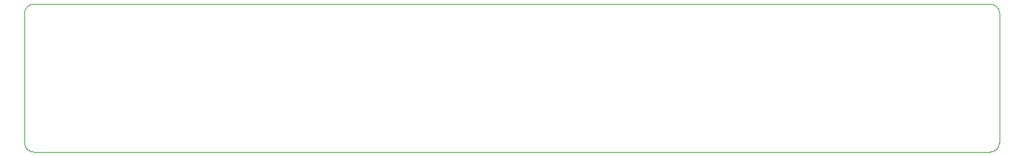
<source format=gbr>
%TF.GenerationSoftware,KiCad,Pcbnew,(6.0.2)*%
%TF.CreationDate,2022-03-15T14:51:58+03:00*%
%TF.ProjectId,kinesis-top-pcb,6b696e65-7369-4732-9d74-6f702d706362,rev?*%
%TF.SameCoordinates,Original*%
%TF.FileFunction,Profile,NP*%
%FSLAX46Y46*%
G04 Gerber Fmt 4.6, Leading zero omitted, Abs format (unit mm)*
G04 Created by KiCad (PCBNEW (6.0.2)) date 2022-03-15 14:51:58*
%MOMM*%
%LPD*%
G01*
G04 APERTURE LIST*
%TA.AperFunction,Profile*%
%ADD10C,0.050000*%
%TD*%
G04 APERTURE END LIST*
D10*
X23812500Y-59531250D02*
G75*
G03*
X25003125Y-60721875I1190625J0D01*
G01*
X25003125Y-41671875D02*
X147637500Y-41671875D01*
X147637500Y-60721875D02*
G75*
G03*
X148828125Y-59531250I0J1190625D01*
G01*
X23812500Y-42862500D02*
X23812500Y-59531250D01*
X148828125Y-42862500D02*
X148828125Y-59531250D01*
X25003125Y-41671875D02*
G75*
G03*
X23812500Y-42862500I0J-1190625D01*
G01*
X148828125Y-42862500D02*
G75*
G03*
X147637500Y-41671875I-1190625J0D01*
G01*
X25003125Y-60721875D02*
X147637500Y-60721875D01*
M02*

</source>
